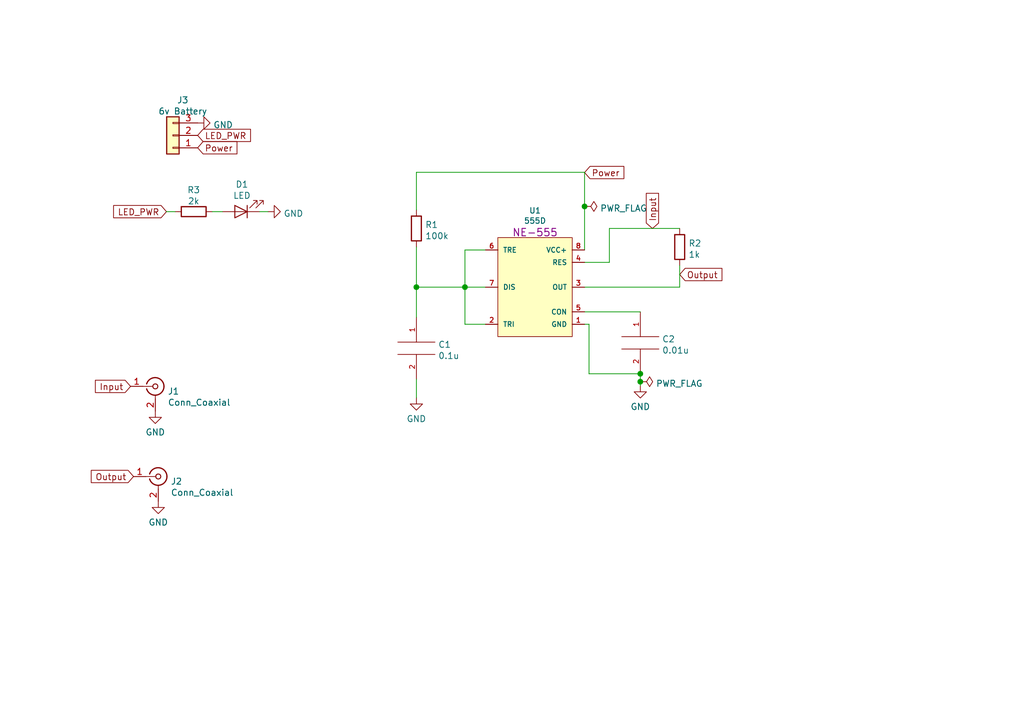
<source format=kicad_sch>
(kicad_sch (version 20210606) (generator eeschema)
  (paper "A5")
  (lib_symbols
    (symbol "Connector:Conn_Coaxial" (pin_names (offset 1.016) hide)
      (property "Reference" "J" (at 0.254 3.048 0))
      (property "Value" "Conn_Coaxial" (at 2.921 0 90))
      (symbol "Conn_Coaxial_0_1"
        (arc (start -1.778 0.508) (end 1.778 0) (radius (at -0.0508 0) (length 1.8034) (angles 163.6 0)) (stroke (width 0.254)))
        (arc (start 1.778 0) (end -1.778 -0.508) (radius (at -0.0254 0) (length 1.8034) (angles 0 -163.8)) (stroke (width 0.254)))
        (circle (center 0 0) (radius 0.508) (stroke (width 0.2032)))
        (polyline (pts (xy -2.54 0) (xy -0.508 0)))
        (polyline (pts (xy 0 -2.54) (xy 0 -1.778)))
      )
      (symbol "Conn_Coaxial_1_1"
        (pin passive line (at -5.08 0 0) (length 2.54) (name "In") (number "1"))
        (pin passive line (at 0 -5.08 90) (length 2.54) (name "Ext") (number "2"))
      )
    )
    (symbol "Connector_Generic:Conn_01x03" (pin_names (offset 1.016) hide)
      (property "Reference" "J" (at 0 5.08 0))
      (property "Value" "Conn_01x03" (at 0 -5.08 0))
      (symbol "Conn_01x03_1_1"
        (rectangle (start -1.27 -2.413) (end 0 -2.667) (stroke (width 0.1524)))
        (rectangle (start -1.27 0.127) (end 0 -0.127) (stroke (width 0.1524)))
        (rectangle (start -1.27 2.667) (end 0 2.413) (stroke (width 0.1524)))
        (rectangle (start -1.27 3.81) (end 1.27 -3.81) (stroke (width 0.254)) (fill (type background)))
        (pin passive line (at -5.08 2.54 0) (length 3.81) (name "Pin_1") (number "1"))
        (pin passive line (at -5.08 0 0) (length 3.81) (name "Pin_2") (number "2"))
        (pin passive line (at -5.08 -2.54 0) (length 3.81) (name "Pin_3") (number "3"))
      )
    )
    (symbol "Device:LED" (pin_numbers hide) (pin_names (offset 1.016) hide)
      (property "Reference" "D" (at 0 2.54 0))
      (property "Value" "LED" (at 0 -2.54 0))
      (symbol "LED_0_1"
        (polyline (pts (xy -1.27 -1.27) (xy -1.27 1.27)) (stroke (width 0.2032)))
        (polyline (pts (xy -1.27 0) (xy 1.27 0)))
        (polyline (pts (xy 1.27 -1.27) (xy 1.27 1.27) (xy -1.27 0) (xy 1.27 -1.27)) (stroke (width 0.2032)))
        (polyline (pts (xy -3.048 -0.762) (xy -4.572 -2.286) (xy -3.81 -2.286) (xy -4.572 -2.286) (xy -4.572 -1.524)))
        (polyline (pts (xy -1.778 -0.762) (xy -3.302 -2.286) (xy -2.54 -2.286) (xy -3.302 -2.286) (xy -3.302 -1.524)))
      )
      (symbol "LED_1_1"
        (pin passive line (at -3.81 0 0) (length 2.54) (name "K") (number "1"))
        (pin passive line (at 3.81 0 180) (length 2.54) (name "A") (number "2"))
      )
    )
    (symbol "Device:R" (pin_numbers hide) (pin_names (offset 0))
      (property "Reference" "R" (at 2.032 0 90))
      (property "Value" "R" (at 0 0 90))
      (symbol "R_0_1"
        (rectangle (start -1.016 -2.54) (end 1.016 2.54) (stroke (width 0.254)))
      )
      (symbol "R_1_1"
        (pin passive line (at 0 3.81 270) (length 1.27) (name "~") (number "1"))
        (pin passive line (at 0 -3.81 90) (length 1.27) (name "~") (number "2"))
      )
    )
    (symbol "SparkFun-IC-Special-Function:555D" (pin_names (offset 1.016))
      (property "Reference" "U1" (at 0 15.7116 0))
      (property "Value" "555D" (at 0 13.6174 0))
      (property "Field4" "NE-555" (at 0 11.2165 0))
      (symbol "555D_1_1"
        (polyline (pts (xy -7.62 10.16) (xy -7.62 -10.16) (xy 7.62 -10.16) (xy 7.62 10.16) (xy -7.62 10.16)) (fill (type background)))
        (pin power_in line (at 10.16 -7.62 180) (length 2.54) (name "GND") (number "1"))
        (pin input line (at -10.16 -7.62 0) (length 2.54) (name "TRI") (number "2"))
        (pin output line (at 10.16 0 180) (length 2.54) (name "OUT") (number "3"))
        (pin input line (at 10.16 5.08 180) (length 2.54) (name "RES") (number "4"))
        (pin input line (at 10.16 -5.08 180) (length 2.54) (name "CON") (number "5"))
        (pin input line (at -10.16 7.62 0) (length 2.54) (name "TRE") (number "6"))
        (pin input line (at -10.16 0 0) (length 2.54) (name "DIS") (number "7"))
        (pin power_in line (at 10.16 7.62 180) (length 2.54) (name "VCC+") (number "8"))
      )
    )
    (symbol "power:GND" (power) (pin_names (offset 0))
      (property "Value" "GND" (at 0 -3.81 0))
      (symbol "GND_0_1"
        (polyline (pts (xy 0 0) (xy 0 -1.27) (xy 1.27 -1.27) (xy 0 -2.54) (xy -1.27 -1.27) (xy 0 -1.27)))
      )
      (symbol "GND_1_1"
        (pin power_in line (at 0 0 270) (length 0) hide (name "GND") (number "1"))
      )
    )
    (symbol "power:PWR_FLAG" (power) (pin_numbers hide) (pin_names (offset 0) hide)
      (property "Value" "PWR_FLAG" (at 0 3.81 0))
      (symbol "PWR_FLAG_0_0"
        (pin power_out line (at 0 0 90) (length 0) (name "pwr") (number "1"))
      )
      (symbol "PWR_FLAG_0_1"
        (polyline (pts (xy 0 0) (xy 0 1.27) (xy -1.016 1.905) (xy 0 2.54) (xy 1.016 1.905) (xy 0 1.27)))
      )
    )
    (symbol "pspice:C" (pin_names (offset 0.254))
      (property "Reference" "C" (at 2.54 3.81 90))
      (property "Value" "C" (at 2.54 -3.81 90))
      (symbol "C_0_1"
        (polyline (pts (xy -3.81 -1.27) (xy 3.81 -1.27)))
        (polyline (pts (xy -3.81 1.27) (xy 3.81 1.27)))
      )
      (symbol "C_1_1"
        (pin passive line (at 0 6.35 270) (length 5.08) (name "~") (number "1"))
        (pin passive line (at 0 -6.35 90) (length 5.08) (name "~") (number "2"))
      )
    )
  )
  (junction (at 85.3948 58.928) (diameter 1.016))
  (junction (at 95.3516 58.928) (diameter 1.016))
  (junction (at 119.888 42.3672) (diameter 1.016))
  (junction (at 131.318 76.708) (diameter 1.016))
  (junction (at 131.318 78.3336) (diameter 1.016))
  (wire (pts (xy 34.1376 43.434) (xy 35.9156 43.434)))
  (wire (pts (xy 43.5356 43.434) (xy 45.6184 43.434)))
  (wire (pts (xy 53.2384 43.434) (xy 54.9656 43.434)))
  (wire (pts (xy 85.3948 35.3568) (xy 119.888 35.3568)))
  (wire (pts (xy 85.3948 43.0784) (xy 85.3948 35.3568)))
  (wire (pts (xy 85.3948 50.6984) (xy 85.3948 58.928)))
  (wire (pts (xy 85.3948 58.928) (xy 85.3948 65.1256)))
  (wire (pts (xy 85.3948 58.928) (xy 95.3516 58.928)))
  (wire (pts (xy 85.3948 77.8256) (xy 85.3948 81.6356)))
  (wire (pts (xy 95.3516 51.308) (xy 95.3516 58.928)))
  (wire (pts (xy 95.3516 58.928) (xy 95.3516 66.548)))
  (wire (pts (xy 95.3516 58.928) (xy 99.568 58.928)))
  (wire (pts (xy 95.3516 66.548) (xy 99.568 66.548)))
  (wire (pts (xy 99.568 51.308) (xy 95.3516 51.308)))
  (wire (pts (xy 119.888 35.3568) (xy 119.888 42.3672)))
  (wire (pts (xy 119.888 42.3672) (xy 119.888 51.308)))
  (wire (pts (xy 119.888 58.928) (xy 139.3952 58.928)))
  (wire (pts (xy 119.888 64.008) (xy 131.318 64.008)))
  (wire (pts (xy 120.8024 66.548) (xy 119.888 66.548)))
  (wire (pts (xy 120.8024 66.548) (xy 120.8024 76.708)))
  (wire (pts (xy 120.8024 76.708) (xy 131.318 76.708)))
  (wire (pts (xy 124.968 46.8884) (xy 124.968 53.848)))
  (wire (pts (xy 124.968 46.8884) (xy 139.3952 46.8884)))
  (wire (pts (xy 124.968 53.848) (xy 119.888 53.848)))
  (wire (pts (xy 131.318 76.6572) (xy 131.318 76.708)))
  (wire (pts (xy 131.318 76.708) (xy 131.318 78.3336)))
  (wire (pts (xy 131.318 78.3336) (xy 131.318 79.1464)))
  (wire (pts (xy 139.3952 54.5084) (xy 139.3952 58.928)))
  (global_label "Input" (shape input) (at 26.7716 79.2988 180) (property "Intersheet References" "${INTERSHEET_REFS}" (effects hide)))
  (global_label "Output" (shape input) (at 27.3812 97.79 180) (property "Intersheet References" "${INTERSHEET_REFS}" (effects hide)))
  (global_label "LED_PWR" (shape input) (at 34.1376 43.434 180) (property "Intersheet References" "${INTERSHEET_REFS}" (effects hide)))
  (global_label "LED_PWR" (shape input) (at 40.5384 27.7876 0) (property "Intersheet References" "${INTERSHEET_REFS}" (effects hide)))
  (global_label "Power" (shape input) (at 40.5384 30.3276 0) (property "Intersheet References" "${INTERSHEET_REFS}" (effects hide)))
  (global_label "Power" (shape input) (at 119.888 35.4076 0) (property "Intersheet References" "${INTERSHEET_REFS}" (effects hide)))
  (global_label "Input" (shape input) (at 133.8072 46.8884 90) (property "Intersheet References" "${INTERSHEET_REFS}" (effects hide)))
  (global_label "Output" (shape input) (at 139.3952 56.3372 0) (property "Intersheet References" "${INTERSHEET_REFS}" (effects hide)))
  (symbol (lib_id "power:PWR_FLAG") (at 119.888 42.3672 270) (unit 1)
    (property "Reference" "#FLG0101" (effects hide))
    (property "Value" "PWR_FLAG" (at 123.0631 42.7557 90) (effects (justify left)))
  )
  (symbol (lib_id "power:PWR_FLAG") (at 131.318 78.3336 270) (unit 1)
    (property "Reference" "#FLG0102" (effects hide))
    (property "Value" "PWR_FLAG" (at 134.4931 78.7221 90) (effects (justify left)))
  )
  (symbol (lib_id "power:GND") (at 31.8516 84.3788 0) (unit 1)
    (property "Reference" "#PWR04" (effects hide))
    (property "Value" "GND" (at 31.8516 88.7032 0))
  )
  (symbol (lib_id "power:GND") (at 32.4612 102.87 0) (unit 1)
    (property "Reference" "#PWR05" (effects hide))
    (property "Value" "GND" (at 32.4612 107.1944 0))
  )
  (symbol (lib_id "power:GND") (at 40.5384 25.2476 90) (unit 1)
    (property "Reference" "#PWR03" (effects hide))
    (property "Value" "GND" (at 43.7135 25.6361 90) (effects (justify right)))
  )
  (symbol (lib_id "power:GND") (at 54.9656 43.434 90) (unit 1)
    (property "Reference" "#PWR06" (effects hide))
    (property "Value" "GND" (at 58.1407 43.8225 90) (effects (justify right)))
  )
  (symbol (lib_id "power:GND") (at 85.3948 81.6356 0) (unit 1)
    (property "Reference" "#PWR01" (effects hide))
    (property "Value" "GND" (at 85.3948 85.96 0))
  )
  (symbol (lib_id "power:GND") (at 131.318 79.1464 0) (unit 1)
    (property "Reference" "#PWR02" (effects hide))
    (property "Value" "GND" (at 131.318 83.4708 0))
  )
  (symbol (lib_id "Device:R") (at 39.7256 43.434 90) (unit 1)
    (property "Reference" "R3" (at 39.7256 38.9848 90))
    (property "Value" "2k" (at 39.7256 41.2835 90))
    (property "Footprint" "Resistor_SMD:R_0603_1608Metric" (effects hide))
  )
  (symbol (lib_id "Device:R") (at 85.3948 46.8884 0) (unit 1)
    (property "Reference" "R1" (at 87.1729 46.1275 0) (effects (justify left)))
    (property "Value" "100k" (at 87.1729 48.4262 0) (effects (justify left)))
    (property "Footprint" "Resistor_SMD:R_0603_1608Metric" (effects hide))
  )
  (symbol (lib_id "Device:R") (at 139.3952 50.6984 0) (unit 1)
    (property "Reference" "R2" (at 141.1733 49.9375 0) (effects (justify left)))
    (property "Value" "1k" (at 141.1733 52.2362 0) (effects (justify left)))
    (property "Footprint" "Resistor_SMD:R_0603_1608Metric" (effects hide))
  )
  (symbol (lib_id "Device:LED") (at 49.4284 43.434 180) (unit 1)
    (property "Reference" "D1" (at 49.6189 37.8418 0))
    (property "Value" "LED" (at 49.6189 40.1405 0))
    (property "Footprint" "Connector_Molex:Molex_KK-254_AE-6410-02A_1x02_P2.54mm_Vertical" (effects hide))
  )
  (symbol (lib_id "Connector_Generic:Conn_01x03") (at 35.4584 27.7876 180) (unit 1)
    (property "Reference" "J3" (at 37.4904 20.5444 0))
    (property "Value" "6v Battery" (at 37.4904 22.8431 0))
    (property "Footprint" "Connector_Molex:Molex_KK-254_AE-6410-03A_1x03_P2.54mm_Vertical" (effects hide))
  )
  (symbol (lib_id "Connector:Conn_Coaxial") (at 31.8516 79.2988 0) (unit 1)
    (property "Reference" "J1" (at 34.3917 80.3032 0) (effects (justify left)))
    (property "Value" "Conn_Coaxial" (at 34.3917 82.6019 0) (effects (justify left)))
    (property "Footprint" "Connector_Coaxial:031543110RFX" (effects hide))
    (property "Datasheet" " ~" (effects hide))
  )
  (symbol (lib_id "Connector:Conn_Coaxial") (at 32.4612 97.79 0) (unit 1)
    (property "Reference" "J2" (at 35.0013 98.7944 0) (effects (justify left)))
    (property "Value" "Conn_Coaxial" (at 35.0013 101.0931 0) (effects (justify left)))
    (property "Footprint" "Connector_Coaxial:031543110RFX" (effects hide))
    (property "Datasheet" " ~" (effects hide))
  )
  (symbol (lib_id "pspice:C") (at 85.3948 71.4756 0) (unit 1)
    (property "Reference" "C1" (at 89.8399 70.7147 0) (effects (justify left)))
    (property "Value" "0.1u" (at 89.8399 73.0134 0) (effects (justify left)))
    (property "Footprint" "Capacitor_SMD:C_0603_1608Metric" (effects hide))
  )
  (symbol (lib_id "pspice:C") (at 131.318 70.358 0) (unit 1)
    (property "Reference" "C2" (at 135.7631 69.5971 0) (effects (justify left)))
    (property "Value" "0.01u" (at 135.7631 71.8958 0) (effects (justify left)))
    (property "Footprint" "Capacitor_SMD:C_0603_1608Metric" (effects hide))
  )
  (symbol (lib_id "SparkFun-IC-Special-Function:555D") (at 109.728 58.928 0) (unit 1)
    (property "Reference" "U1" (at 109.728 43.2164 0) (effects (font (size 1.143 1.143))))
    (property "Value" "555D" (at 109.728 45.3106 0) (effects (font (size 1.143 1.143))))
    (property "Footprint" "SparkfunSilicon-Standard:SOIC-8" (effects hide))
    (property "Field4" "NE-555" (at 109.728 47.7115 0) (effects (font (size 1.524 1.524))))
  )
)
</source>
